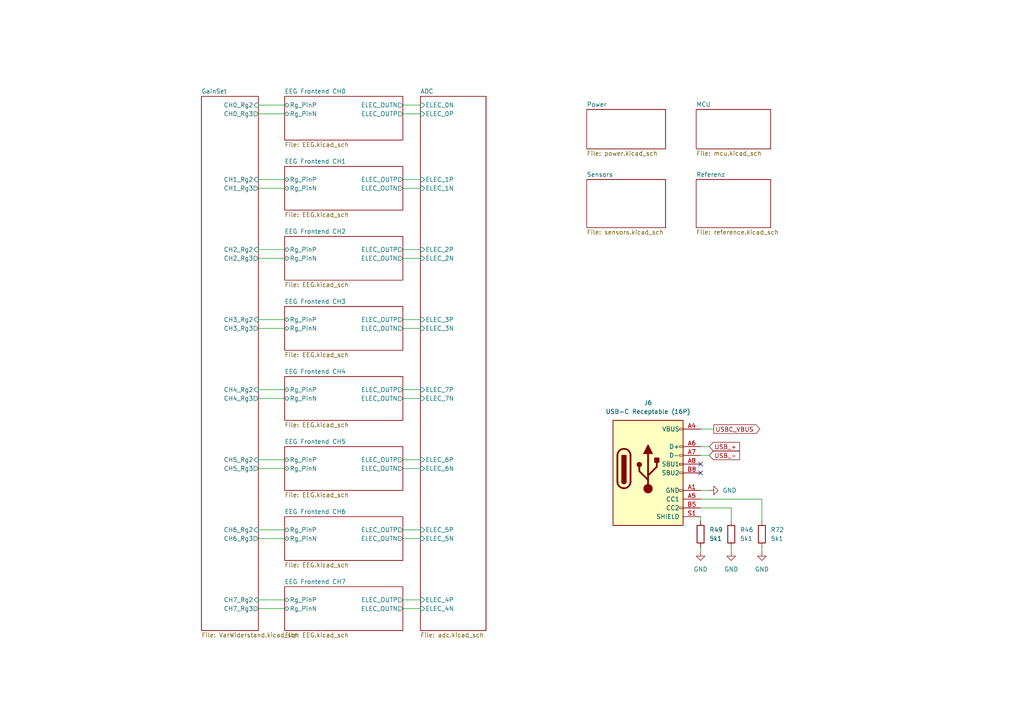
<source format=kicad_sch>
(kicad_sch (version 20250114) (generator "eeschema") (generator_version "9.0")
  (paper "A4")
  (lib_symbols
    (symbol "connectors:USB_C_16P" (pin_names (offset 1.016)) (exclude_from_sim yes)
      (property "Reference" "J" (at 0 31.496 0))
      (property "Value" "USB-C Receptable (16P)" (at 0 29.464 0))
      (symbol "USB_C_16P_0_0"
        (rectangle (start 10.16 25.654) (end 9.144 25.146))
        (rectangle (start 10.16 20.574) (end 9.144 20.066))
        (rectangle (start 10.16 18.034) (end 9.144 17.526))
        (rectangle (start 10.16 15.494) (end 9.144 14.986))
        (rectangle (start 10.16 15.494) (end 9.144 14.986))
        (rectangle (start 10.16 12.954) (end 9.144 12.446))
        (rectangle (start 10.16 7.366) (end 9.144 7.874))
        (rectangle (start 10.16 2.794) (end 9.144 2.286))
      )
      (symbol "USB_C_16P_0_1"
        (rectangle (start -10.16 27.94) (end 10.16 -2.54) (stroke (width 0.254)) (fill (type background)))
        (polyline (pts (xy -8.89 10.16) (xy -8.89 17.78)) (stroke (width 0.508)))
        (rectangle (start -7.62 10.16) (end -6.35 17.78) (stroke (width 0.254)) (fill (type outline)))
        (arc (start -8.89 17.78) (mid -6.985 19.6767) (end -5.08 17.78) (stroke (width 0.508)))
        (arc (start -5.08 10.16) (mid -6.985 8.2633) (end -8.89 10.16) (stroke (width 0.508)))
        (arc (start -6.35 10.16) (mid -6.985 9.5277) (end -7.62 10.16) (stroke (width 0.254)))
        (arc (start -6.35 10.16) (mid -6.985 9.5277) (end -7.62 10.16) (stroke (width 0.254)) (fill (type outline)))
        (polyline (pts (xy -5.08 17.78) (xy -5.08 10.16)) (stroke (width 0.508)))
      )
      (symbol "USB_C_16P_1_1"
        (circle (center -2.54 15.113) (radius 0.635) (stroke (width 0.254)) (fill (type outline)))
        (polyline (pts (xy -1.27 18.288) (xy 0 20.828) (xy 1.27 18.288) (xy -1.27 18.288)) (stroke (width 0.254)) (fill (type outline)))
        (polyline (pts (xy 0 11.938) (xy 2.54 14.478) (xy 2.54 15.748)) (stroke (width 0.508)))
        (polyline (pts (xy 0 10.668) (xy -2.54 13.208) (xy -2.54 14.478)) (stroke (width 0.508)))
        (circle (center 0 8.128) (radius 1.27) (fill (type outline)))
        (polyline (pts (xy 0 8.128) (xy 0 18.288)) (stroke (width 0.508)))
        (rectangle (start 1.905 15.748) (end 3.175 17.018) (stroke (width 0.254)) (fill (type outline)))
        (pin passive line (at 15.24 25.4 180) (length 5.08) (name "VBUS") (number "A4"))
        (pin passive line (at 15.24 25.4 180) (length 5.08) (hide yes) (name "VBUS") (number "A9"))
        (pin passive line (at 15.24 25.4 180) (length 5.08) (hide yes) (name "VBUS") (number "B4"))
        (pin passive line (at 15.24 25.4 180) (length 5.08) (hide yes) (name "VBUS") (number "B9"))
        (pin bidirectional line (at 15.24 20.32 180) (length 5.08) (name "D+") (number "A6"))
        (pin bidirectional line (at 15.24 20.32 180) (length 5.08) (hide yes) (name "D+") (number "B6"))
        (pin bidirectional line (at 15.24 17.78 180) (length 5.08) (name "D-") (number "A7"))
        (pin bidirectional line (at 15.24 17.78 180) (length 5.08) (hide yes) (name "D-") (number "B7"))
        (pin bidirectional line (at 15.24 15.24 180) (length 5.08) (name "SBU1") (number "A8"))
        (pin bidirectional line (at 15.24 12.7 180) (length 5.08) (name "SBU2") (number "B8"))
        (pin passive line (at 15.24 7.62 180) (length 5.08) (name "GND") (number "A1"))
        (pin passive line (at 15.24 7.62 180) (length 5.08) (hide yes) (name "GND") (number "A12"))
        (pin passive line (at 15.24 7.62 180) (length 5.08) (hide yes) (name "GND") (number "B1"))
        (pin passive line (at 15.24 7.62 180) (length 5.08) (hide yes) (name "GND") (number "B12"))
        (pin passive line (at 15.24 5.08 180) (length 5.08) (name "CC1") (number "A5"))
        (pin passive line (at 15.24 2.54 180) (length 5.08) (name "CC2") (number "B5"))
        (pin passive line (at 15.24 0 180) (length 5.08) (name "SHIELD") (number "S1"))
      )
    )
    (symbol "passive:R0402" (pin_numbers (hide yes)) (pin_names (offset 0))
      (property "Reference" "R" (at 2.032 0 90))
      (property "Value" "R" (at 0 0 90))
      (symbol "R0402_0_1"
        (rectangle (start -1.016 -2.54) (end 1.016 2.54) (stroke (width 0.254)))
      )
      (symbol "R0402_1_1"
        (pin passive line (at 0 3.81 270) (length 1.27) (name "~") (number "1"))
        (pin passive line (at 0 -3.81 90) (length 1.27) (name "~") (number "2"))
      )
    )
    (symbol "power:GND" (power) (pin_numbers (hide yes)) (pin_names (offset 0) (hide yes))
      (property "Value" "GND" (at 0 -3.81 0))
      (symbol "GND_0_1"
        (polyline (pts (xy 0 0) (xy 0 -1.27) (xy 1.27 -1.27) (xy 0 -2.54) (xy -1.27 -1.27) (xy 0 -1.27)))
      )
      (symbol "GND_1_1"
        (pin power_in line (at 0 0 270) (length 0) (name "~") (number "1"))
      )
    )
  )
  (no_connect (at 203.2 137.16))
  (no_connect (at 203.2 134.62))
  (wire (pts (xy 203.2 158.75) (xy 203.2 160.02)))
  (wire (pts (xy 74.93 72.39) (xy 82.55 72.39)))
  (wire (pts (xy 220.98 144.78) (xy 203.2 144.78)))
  (wire (pts (xy 116.84 72.39) (xy 121.92 72.39)))
  (wire (pts (xy 116.84 92.71) (xy 121.92 92.71)))
  (wire (pts (xy 212.09 158.75) (xy 212.09 160.02)))
  (wire (pts (xy 74.93 30.48) (xy 82.55 30.48)))
  (wire (pts (xy 116.84 54.61) (xy 121.92 54.61)))
  (wire (pts (xy 74.93 176.53) (xy 82.55 176.53)))
  (wire (pts (xy 205.74 129.54) (xy 203.2 129.54)))
  (wire (pts (xy 74.93 52.07) (xy 82.55 52.07)))
  (wire (pts (xy 116.84 33.02) (xy 121.92 33.02)))
  (wire (pts (xy 74.93 74.93) (xy 82.55 74.93)))
  (wire (pts (xy 116.84 95.25) (xy 121.92 95.25)))
  (wire (pts (xy 74.93 153.67) (xy 82.55 153.67)))
  (wire (pts (xy 74.93 115.57) (xy 82.55 115.57)))
  (wire (pts (xy 116.84 133.35) (xy 121.92 133.35)))
  (wire (pts (xy 74.93 33.02) (xy 82.55 33.02)))
  (wire (pts (xy 220.98 151.13) (xy 220.98 144.78)))
  (wire (pts (xy 116.84 176.53) (xy 121.92 176.53)))
  (wire (pts (xy 203.2 142.24) (xy 205.74 142.24)))
  (wire (pts (xy 74.93 92.71) (xy 82.55 92.71)))
  (wire (pts (xy 212.09 147.32) (xy 203.2 147.32)))
  (wire (pts (xy 74.93 135.89) (xy 82.55 135.89)))
  (wire (pts (xy 116.84 115.57) (xy 121.92 115.57)))
  (wire (pts (xy 116.84 156.21) (xy 121.92 156.21)))
  (wire (pts (xy 74.93 133.35) (xy 82.55 133.35)))
  (wire (pts (xy 116.84 52.07) (xy 121.92 52.07)))
  (wire (pts (xy 203.2 124.46) (xy 207.01 124.46)))
  (wire (pts (xy 74.93 173.99) (xy 82.55 173.99)))
  (wire (pts (xy 74.93 113.03) (xy 82.55 113.03)))
  (wire (pts (xy 116.84 153.67) (xy 121.92 153.67)))
  (wire (pts (xy 74.93 54.61) (xy 82.55 54.61)))
  (wire (pts (xy 116.84 173.99) (xy 121.92 173.99)))
  (wire (pts (xy 212.09 151.13) (xy 212.09 147.32)))
  (wire (pts (xy 74.93 156.21) (xy 82.55 156.21)))
  (wire (pts (xy 205.74 132.08) (xy 203.2 132.08)))
  (wire (pts (xy 116.84 135.89) (xy 121.92 135.89)))
  (wire (pts (xy 74.93 95.25) (xy 82.55 95.25)))
  (wire (pts (xy 116.84 113.03) (xy 121.92 113.03)))
  (wire (pts (xy 116.84 30.48) (xy 121.92 30.48)))
  (wire (pts (xy 203.2 149.86) (xy 203.2 151.13)))
  (wire (pts (xy 116.84 74.93) (xy 121.92 74.93)))
  (wire (pts (xy 220.98 158.75) (xy 220.98 160.02)))
  (global_label "USB_+" (shape input) (at 205.74 129.54 0) (property "Intersheetrefs" "${INTERSHEET_REFS}" (effects (hide yes))))
  (global_label "USB_-" (shape input) (at 205.74 132.08 0) (property "Intersheetrefs" "${INTERSHEET_REFS}" (effects (hide yes))))
  (global_label "USBC_VBUS" (shape output) (at 207.01 124.46 0) (property "Intersheetrefs" "${INTERSHEET_REFS}" (effects (hide yes))))
  (symbol (lib_id "power:GND") (at 212.09 160.02 0) (unit 1)
    (property "Reference" "#PWR0151" (effects (hide yes)))
    (property "Value" "GND" (at 212.09 165.1 0))
    (property "Description" "Power symbol creates a global label with name \"GND\" , ground" (effects (hide yes)))
  )
  (symbol (lib_id "power:GND") (at 220.98 160.02 0) (unit 1)
    (property "Reference" "#PWR0161" (effects (hide yes)))
    (property "Value" "GND" (at 220.98 165.1 0))
    (property "Description" "Power symbol creates a global label with name \"GND\" , ground" (effects (hide yes)))
  )
  (symbol (lib_id "passive:R0402") (at 220.98 154.94 0) (unit 1)
    (property "Reference" "R72" (at 223.52 153.6699 0) (effects (justify left)))
    (property "Value" "5k1" (at 223.52 156.2099 0) (effects (justify left)))
    (property "Footprint" "Resistor_SMD:R_0402_1005Metric" (effects (hide yes)))
    (property "Description" "Resistor" (effects (hide yes)))
  )
  (symbol (lib_id "passive:R0402") (at 203.2 154.94 0) (unit 1)
    (property "Reference" "R49" (at 205.74 153.6699 0) (effects (justify left)))
    (property "Value" "5k1" (at 205.74 156.2099 0) (effects (justify left)))
    (property "Footprint" "Resistor_SMD:R_0402_1005Metric" (effects (hide yes)))
    (property "Description" "Resistor" (effects (hide yes)))
  )
  (symbol (lib_id "power:GND") (at 203.2 160.02 0) (unit 1)
    (property "Reference" "#PWR0217" (effects (hide yes)))
    (property "Value" "GND" (at 203.2 165.1 0))
    (property "Description" "Power symbol creates a global label with name \"GND\" , ground" (effects (hide yes)))
  )
  (symbol (lib_id "power:GND") (at 205.74 142.24 90) (unit 1)
    (property "Reference" "#PWR012" (effects (hide yes)))
    (property "Value" "GND" (at 209.55 142.2399 90) (effects (justify right)))
    (property "Description" "Power symbol creates a global label with name \"GND\" , ground" (effects (hide yes)))
  )
  (symbol (lib_id "connectors:USB_C_16P") (at 187.96 149.86 0) (unit 1) (exclude_from_sim yes)
    (property "Reference" "J6" (at 187.96 116.84 0))
    (property "Value" "USB-C Receptable (16P)" (at 187.96 119.38 0))
    (property "Footprint" "connectors:USB_C_Receptacle_16P" (effects (hide yes)))
    (property "Datasheet" "https://www.usb.org/sites/default/files/documents/usb_type-c.zip" (effects (hide yes)))
    (property "Description" "USB Full-Featured Type-C Receptacle connector" (effects (hide yes)))
  )
  (symbol (lib_id "passive:R0402") (at 212.09 154.94 0) (unit 1)
    (property "Reference" "R46" (at 214.63 153.6699 0) (effects (justify left)))
    (property "Value" "5k1" (at 214.63 156.2099 0) (effects (justify left)))
    (property "Footprint" "Resistor_SMD:R_0402_1005Metric" (effects (hide yes)))
    (property "Description" "Resistor" (effects (hide yes)))
  )
  (sheet (at 201.93 52.07) (size 21.59 13.97) (stroke (width 0.1524))
    (property "Sheetname" "Referenz" (at 201.93 51.3584 0) (effects (justify left bottom)))
    (property "Sheetfile" "reference.kicad_sch" (at 201.93 66.6246 0) (effects (justify left top)))
  )
  (sheet (at 170.18 31.75) (size 22.86 11.43) (stroke (width 0.1524))
    (property "Sheetname" "Power" (at 170.18 31.0384 0) (effects (justify left bottom)))
    (property "Sheetfile" "power.kicad_sch" (at 170.18 43.7646 0) (effects (justify left top)))
  )
  (sheet (at 170.18 52.07) (size 22.86 13.97) (stroke (width 0.1524))
    (property "Sheetname" "Sensors" (at 170.18 51.3584 0) (effects (justify left bottom)))
    (property "Sheetfile" "sensors.kicad_sch" (at 170.18 66.6246 0) (effects (justify left top)))
  )
  (sheet (at 82.55 129.54) (size 34.29 12.7) (stroke (width 0.1524))
    (property "Sheetname" "EEG Frontend CH5" (at 82.55 128.8284 0) (effects (justify left bottom)))
    (property "Sheetfile" "EEG.kicad_sch" (at 82.55 142.8246 0) (effects (justify left top)))
    (pin "ELEC_OUTP" output (at 116.84 133.35 0))
    (pin "ELEC_OUTN" output (at 116.84 135.89 0))
    (pin "Rg_PinP" bidirectional (at 82.55 133.35 180))
    (pin "Rg_PinN" bidirectional (at 82.55 135.89 180))
  )
  (sheet (at 82.55 88.9) (size 34.29 12.7) (stroke (width 0.1524))
    (property "Sheetname" "EEG Frontend CH3" (at 82.55 88.1884 0) (effects (justify left bottom)))
    (property "Sheetfile" "EEG.kicad_sch" (at 82.55 102.1846 0) (effects (justify left top)))
    (pin "ELEC_OUTP" output (at 116.84 92.71 0))
    (pin "ELEC_OUTN" output (at 116.84 95.25 0))
    (pin "Rg_PinP" bidirectional (at 82.55 92.71 180))
    (pin "Rg_PinN" bidirectional (at 82.55 95.25 180))
  )
  (sheet (at 58.42 27.94) (size 16.51 154.94) (stroke (width 0.1524))
    (property "Sheetname" "GainSet" (at 58.42 27.2284 0) (effects (justify left bottom)))
    (property "Sheetfile" "VarWiderstand.kicad_sch" (at 58.42 183.4646 0) (effects (justify left top)))
    (pin "CH4_Rg2" input (at 74.93 113.03 0))
    (pin "CH4_Rg3" output (at 74.93 115.57 0))
    (pin "CH5_Rg2" input (at 74.93 133.35 0))
    (pin "CH5_Rg3" output (at 74.93 135.89 0))
    (pin "CH7_Rg2" input (at 74.93 173.99 0))
    (pin "CH7_Rg3" output (at 74.93 176.53 0))
    (pin "CH6_Rg2" input (at 74.93 153.67 0))
    (pin "CH6_Rg3" output (at 74.93 156.21 0))
    (pin "CH2_Rg2" input (at 74.93 72.39 0))
    (pin "CH2_Rg3" output (at 74.93 74.93 0))
    (pin "CH3_Rg2" input (at 74.93 92.71 0))
    (pin "CH3_Rg3" output (at 74.93 95.25 0))
    (pin "CH0_Rg2" input (at 74.93 30.48 0))
    (pin "CH0_Rg3" output (at 74.93 33.02 0))
    (pin "CH1_Rg2" input (at 74.93 52.07 0))
    (pin "CH1_Rg3" output (at 74.93 54.61 0))
  )
  (sheet (at 82.55 149.86) (size 34.29 12.7) (stroke (width 0.1524))
    (property "Sheetname" "EEG Frontend CH6" (at 82.55 149.1484 0) (effects (justify left bottom)))
    (property "Sheetfile" "EEG.kicad_sch" (at 82.55 163.1446 0) (effects (justify left top)))
    (pin "ELEC_OUTP" output (at 116.84 153.67 0))
    (pin "ELEC_OUTN" output (at 116.84 156.21 0))
    (pin "Rg_PinP" bidirectional (at 82.55 153.67 180))
    (pin "Rg_PinN" bidirectional (at 82.55 156.21 180))
  )
  (sheet (at 82.55 27.94) (size 34.29 12.7) (stroke (width 0.1524))
    (property "Sheetname" "EEG Frontend CH0" (at 82.55 27.2284 0) (effects (justify left bottom)))
    (property "Sheetfile" "EEG.kicad_sch" (at 82.55 41.2246 0) (effects (justify left top)))
    (pin "ELEC_OUTP" output (at 116.84 33.02 0))
    (pin "ELEC_OUTN" output (at 116.84 30.48 0))
    (pin "Rg_PinP" bidirectional (at 82.55 30.48 180))
    (pin "Rg_PinN" bidirectional (at 82.55 33.02 180))
  )
  (sheet (at 82.55 170.18) (size 34.29 12.7) (stroke (width 0.1524))
    (property "Sheetname" "EEG Frontend CH7" (at 82.55 169.4684 0) (effects (justify left bottom)))
    (property "Sheetfile" "EEG.kicad_sch" (at 82.55 183.4646 0) (effects (justify left top)))
    (pin "ELEC_OUTP" output (at 116.84 173.99 0))
    (pin "ELEC_OUTN" output (at 116.84 176.53 0))
    (pin "Rg_PinP" bidirectional (at 82.55 173.99 180))
    (pin "Rg_PinN" bidirectional (at 82.55 176.53 180))
  )
  (sheet (at 82.55 68.58) (size 34.29 12.7) (stroke (width 0.1524))
    (property "Sheetname" "EEG Frontend CH2" (at 82.55 67.8684 0) (effects (justify left bottom)))
    (property "Sheetfile" "EEG.kicad_sch" (at 82.55 81.8646 0) (effects (justify left top)))
    (pin "ELEC_OUTP" output (at 116.84 72.39 0))
    (pin "ELEC_OUTN" output (at 116.84 74.93 0))
    (pin "Rg_PinP" bidirectional (at 82.55 72.39 180))
    (pin "Rg_PinN" bidirectional (at 82.55 74.93 180))
  )
  (sheet (at 82.55 109.22) (size 34.29 12.7) (stroke (width 0.1524))
    (property "Sheetname" "EEG Frontend CH4" (at 82.55 108.5084 0) (effects (justify left bottom)))
    (property "Sheetfile" "EEG.kicad_sch" (at 82.55 122.5046 0) (effects (justify left top)))
    (pin "ELEC_OUTP" output (at 116.84 113.03 0))
    (pin "ELEC_OUTN" output (at 116.84 115.57 0))
    (pin "Rg_PinP" bidirectional (at 82.55 113.03 180))
    (pin "Rg_PinN" bidirectional (at 82.55 115.57 180))
  )
  (sheet (at 121.92 27.94) (size 19.05 154.94) (stroke (width 0.1524))
    (property "Sheetname" "ADC" (at 121.92 27.2284 0) (effects (justify left bottom)))
    (property "Sheetfile" "adc.kicad_sch" (at 121.92 183.4646 0) (effects (justify left top)))
    (pin "ELEC_2N" input (at 121.92 74.93 180))
    (pin "ELEC_2P" input (at 121.92 72.39 180))
    (pin "ELEC_0N" input (at 121.92 30.48 180))
    (pin "ELEC_0P" input (at 121.92 33.02 180))
    (pin "ELEC_1P" input (at 121.92 52.07 180))
    (pin "ELEC_1N" input (at 121.92 54.61 180))
    (pin "ELEC_4N" input (at 121.92 176.53 180))
    (pin "ELEC_5N" input (at 121.92 156.21 180))
    (pin "ELEC_3N" input (at 121.92 95.25 180))
    (pin "ELEC_3P" input (at 121.92 92.71 180))
    (pin "ELEC_5P" input (at 121.92 153.67 180))
    (pin "ELEC_4P" input (at 121.92 173.99 180))
    (pin "ELEC_6N" input (at 121.92 135.89 180))
    (pin "ELEC_7N" input (at 121.92 115.57 180))
    (pin "ELEC_6P" input (at 121.92 133.35 180))
    (pin "ELEC_7P" input (at 121.92 113.03 180))
  )
  (sheet (at 82.55 48.26) (size 34.29 12.7) (stroke (width 0.1524))
    (property "Sheetname" "EEG Frontend CH1" (at 82.55 47.5484 0) (effects (justify left bottom)))
    (property "Sheetfile" "EEG.kicad_sch" (at 82.55 61.5446 0) (effects (justify left top)))
    (pin "ELEC_OUTP" output (at 116.84 52.07 0))
    (pin "ELEC_OUTN" output (at 116.84 54.61 0))
    (pin "Rg_PinP" bidirectional (at 82.55 52.07 180))
    (pin "Rg_PinN" bidirectional (at 82.55 54.61 180))
  )
  (sheet (at 201.93 31.75) (size 21.59 11.43) (stroke (width 0.1524))
    (property "Sheetname" "MCU" (at 201.93 31.0384 0) (effects (justify left bottom)))
    (property "Sheetfile" "mcu.kicad_sch" (at 201.93 43.7646 0) (effects (justify left top)))
  )
)
</source>
